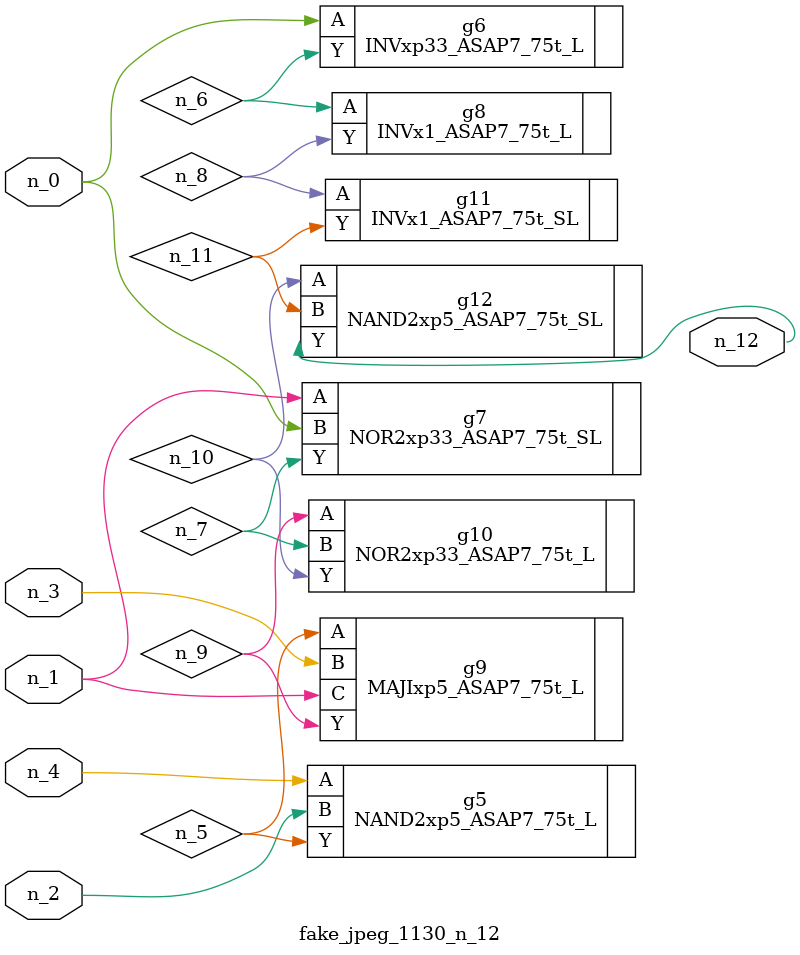
<source format=v>
module fake_jpeg_1130_n_12 (n_3, n_2, n_1, n_0, n_4, n_12);

input n_3;
input n_2;
input n_1;
input n_0;
input n_4;

output n_12;

wire n_11;
wire n_10;
wire n_8;
wire n_9;
wire n_6;
wire n_5;
wire n_7;

NAND2xp5_ASAP7_75t_L g5 ( 
.A(n_4),
.B(n_2),
.Y(n_5)
);

INVxp33_ASAP7_75t_L g6 ( 
.A(n_0),
.Y(n_6)
);

NOR2xp33_ASAP7_75t_SL g7 ( 
.A(n_1),
.B(n_0),
.Y(n_7)
);

INVx1_ASAP7_75t_L g8 ( 
.A(n_6),
.Y(n_8)
);

INVx1_ASAP7_75t_SL g11 ( 
.A(n_8),
.Y(n_11)
);

MAJIxp5_ASAP7_75t_L g9 ( 
.A(n_5),
.B(n_3),
.C(n_1),
.Y(n_9)
);

NOR2xp33_ASAP7_75t_L g10 ( 
.A(n_9),
.B(n_7),
.Y(n_10)
);

NAND2xp5_ASAP7_75t_SL g12 ( 
.A(n_10),
.B(n_11),
.Y(n_12)
);


endmodule
</source>
